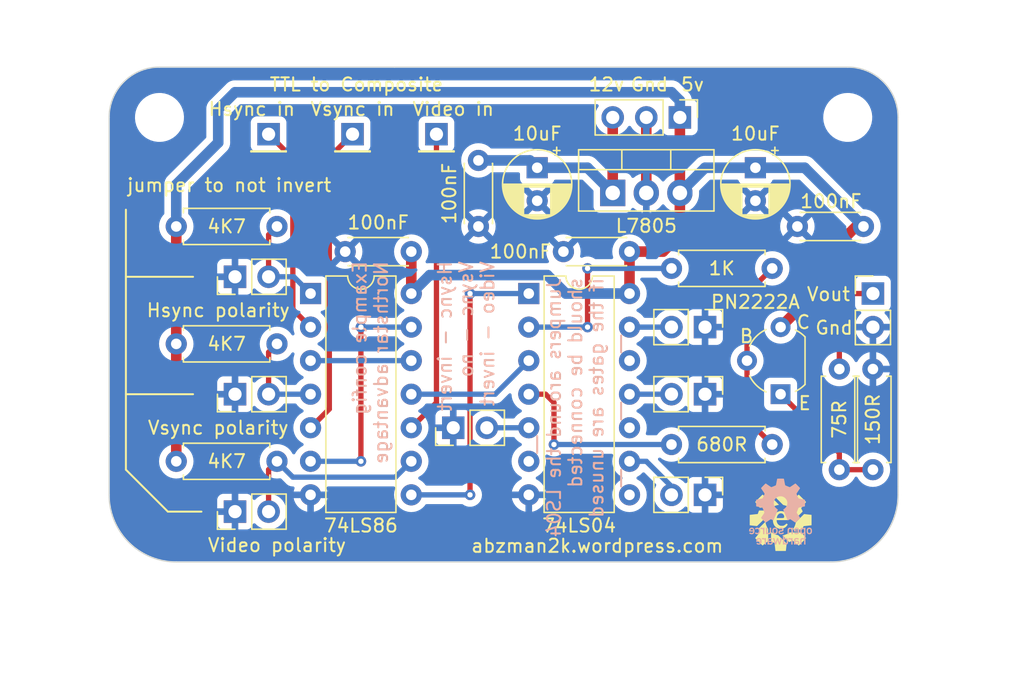
<source format=kicad_pcb>
(kicad_pcb (version 20221018) (generator pcbnew)
  (layers (0 "F.Cu" signal) (31 "B.Cu" signal) (34 "B.Paste" user) (35 "F.Paste" user) (36 "B.SilkS" user "B.Silkscreen") (37 "F.SilkS" user "F.Silkscreen") (38 "B.Mask" user) (39 "F.Mask" user) (44 "Edge.Cuts" user))
  (net 0 "")
  (net 1 "+12V")
  (net 2 "GND")
  (net 3 "+5V")
  (net 4 "Net-(J1-Pin_1)")
  (net 5 "Net-(J2-Pin_1)")
  (net 6 "Net-(J3-Pin_2)")
  (net 7 "Net-(J4-Pin_2)")
  (net 8 "Net-(J5-Pin_2)")
  (net 9 "Net-(J6-Pin_1)")
  (net 10 "Net-(J7-Pin_1)")
  (net 11 "Net-(J8-Pin_2)")
  (net 12 "Net-(J9-Pin_2)")
  (net 13 "Net-(J10-Pin_2)")
  (net 14 "Net-(J11-Pin_2)")
  (net 15 "Net-(Q1-E)")
  (net 16 "Net-(Q1-B)")
  (net 17 "Net-(R3-Pad1)")
  (net 18 "Net-(R4-Pad1)")
  (net 19 "Net-(U1-Pad12)")
  (net 20 "Net-(U1-Pad13)")
  (net 21 "Net-(U1-Pad8)")
  (net 22 "Net-(U1-Pad11)")
  (footprint "Capacitor_THT:CP_Radial_D5.0mm_P2.50mm" (layer "F.Cu") (at 186.69 68.58 -90)
    (fp_text reference "C3" hide)
    (fp_text value "10uF" (at -2.58 0 -180) (layer "F.SilkS"))
    (pad "1" thru_hole rect (at 0 0 270) (size 1.6 1.6) (drill 0.8) (layers "*.Cu" "*.Mask") (net 3 "+5V"))
    (pad "2" thru_hole circle (at 2.5 0 270) (size 1.6 1.6) (drill 0.8) (layers "*.Cu" "*.Mask") (net 2 "GND"))
  )
  (footprint "Connector_PinHeader_2.54mm:PinHeader_1x02_P2.54mm_Vertical" (layer "F.Cu") (at 182.88 85.725 -90)
    (fp_text reference "J11" hide)
    (fp_text value "ground if unused")
    (pad "1" thru_hole rect (at 0 0 270) (size 1.7 1.7) (drill 1) (layers "*.Cu" "*.Mask") (net 2 "GND"))
    (pad "2" thru_hole oval (at 0 2.54 270) (size 1.7 1.7) (drill 1) (layers "*.Cu" "*.Mask") (net 14 "Net-(J11-Pin_2)"))
  )
  (footprint "Resistor_THT:R_Axial_DIN0207_L6.3mm_D2.5mm_P7.62mm_Horizontal" (layer "F.Cu") (at 150.495 73.025 180)
    (fp_text reference "R6" hide)
    (fp_text value "4K7" (at 3.81 0) (layer "F.SilkS"))
    (pad "1" thru_hole circle (at 0 0 180) (size 1.6 1.6) (drill 0.8) (layers "*.Cu" "*.Mask") (net 7 "Net-(J4-Pin_2)"))
    (pad "2" thru_hole oval (at 7.62 0 180) (size 1.6 1.6) (drill 0.8) (layers "*.Cu" "*.Mask") (net 3 "+5V"))
  )
  (footprint "Connector_PinHeader_2.54mm:PinHeader_1x02_P2.54mm_Vertical" (layer "F.Cu") (at 195.58 78.105)
    (fp_text reference "J1" hide)
    (fp_text value "composite video")
    (pad "1" thru_hole rect (at 0 0) (size 1.7 1.7) (drill 1) (layers "*.Cu" "*.Mask") (net 4 "Net-(J1-Pin_1)"))
    (pad "2" thru_hole oval (at 0 2.54) (size 1.7 1.7) (drill 1) (layers "*.Cu" "*.Mask") (net 2 "GND"))
  )
  (footprint "Connector_PinHeader_2.54mm:PinHeader_1x03_P2.54mm_Vertical" (layer "F.Cu") (at 180.975 64.77 -90)
    (fp_text reference "J12" hide)
    (fp_text value "power in")
    (pad "1" thru_hole rect (at 0 0 270) (size 1.7 1.7) (drill 1) (layers "*.Cu" "*.Mask") (net 3 "+5V"))
    (pad "2" thru_hole oval (at 0 2.54 270) (size 1.7 1.7) (drill 1) (layers "*.Cu" "*.Mask") (net 2 "GND"))
    (pad "3" thru_hole oval (at 0 5.08 270) (size 1.7 1.7) (drill 1) (layers "*.Cu" "*.Mask") (net 1 "+12V"))
  )
  (footprint "Capacitor_THT:C_Disc_D4.3mm_W1.9mm_P5.00mm" (layer "F.Cu") (at 160.655 74.93 180)
    (fp_text reference "C5" hide)
    (fp_text value "100nF" (at 2.5 2.2) (layer "F.SilkS"))
    (pad "1" thru_hole circle (at 0 0 180) (size 1.6 1.6) (drill 0.8) (layers "*.Cu" "*.Mask") (net 3 "+5V"))
    (pad "2" thru_hole circle (at 5 0 180) (size 1.6 1.6) (drill 0.8) (layers "*.Cu" "*.Mask") (net 2 "GND"))
  )
  (footprint "Connector_PinHeader_2.54mm:PinHeader_1x02_P2.54mm_Vertical" (layer "F.Cu") (at 147.32 94.615 90)
    (fp_text reference "J3" hide)
    (fp_text value "Video polarity" (at -2.54 3.175 180) (layer "F.SilkS"))
    (pad "1" thru_hole rect (at 0 0 90) (size 1.7 1.7) (drill 1) (layers "*.Cu" "*.Mask") (net 2 "GND"))
    (pad "2" thru_hole oval (at 0 2.54 90) (size 1.7 1.7) (drill 1) (layers "*.Cu" "*.Mask") (net 6 "Net-(J3-Pin_2)"))
  )
  (footprint "Resistor_THT:R_Axial_DIN0207_L6.3mm_D2.5mm_P7.62mm_Horizontal" (layer "F.Cu") (at 193.04 91.44 90)
    (fp_text reference "R2" hide)
    (fp_text value "75R" (at 3.81 0 90) (layer "F.SilkS"))
    (pad "1" thru_hole circle (at 0 0 90) (size 1.6 1.6) (drill 0.8) (layers "*.Cu" "*.Mask") (net 15 "Net-(Q1-E)"))
    (pad "2" thru_hole oval (at 7.62 0 90) (size 1.6 1.6) (drill 0.8) (layers "*.Cu" "*.Mask") (net 4 "Net-(J1-Pin_1)"))
  )
  (footprint "Connector_PinHeader_2.54mm:PinHeader_1x02_P2.54mm_Vertical" (layer "F.Cu") (at 147.32 76.835 90)
    (fp_text reference "J4" hide)
    (fp_text value "Hsync polarity" (at -2.54 -1.27 180) (layer "F.SilkS"))
    (pad "1" thru_hole rect (at 0 0 90) (size 1.7 1.7) (drill 1) (layers "*.Cu" "*.Mask") (net 2 "GND"))
    (pad "2" thru_hole oval (at 0 2.54 90) (size 1.7 1.7) (drill 1) (layers "*.Cu" "*.Mask") (net 7 "Net-(J4-Pin_2)"))
  )
  (footprint "Capacitor_THT:C_Disc_D4.3mm_W1.9mm_P5.00mm" (layer "F.Cu") (at 177.165 74.93 180)
    (fp_text reference "C6" hide)
    (fp_text value "100nF" (at 8.255 0) (layer "F.SilkS"))
    (pad "1" thru_hole circle (at 0 0 180) (size 1.6 1.6) (drill 0.8) (layers "*.Cu" "*.Mask") (net 3 "+5V"))
    (pad "2" thru_hole circle (at 5 0 180) (size 1.6 1.6) (drill 0.8) (layers "*.Cu" "*.Mask") (net 2 "GND"))
  )
  (footprint "Package_TO_SOT_THT:TO-220-3_Vertical" (layer "F.Cu") (at 175.895 70.485)
    (fp_text reference "U2" hide)
    (fp_text value "L7805" (at 2.54 2.5) (layer "F.SilkS"))
    (pad "1" thru_hole rect (at 0 0) (size 1.905 2) (drill 1.1) (layers "*.Cu" "*.Mask") (net 1 "+12V"))
    (pad "2" thru_hole oval (at 2.54 0) (size 1.905 2) (drill 1.1) (layers "*.Cu" "*.Mask") (net 2 "GND"))
    (pad "3" thru_hole oval (at 5.08 0) (size 1.905 2) (drill 1.1) (layers "*.Cu" "*.Mask") (net 3 "+5V"))
  )
  (footprint "Evan's parts:Evan Logo" (layer "F.Cu") (at 188.595 95.25)
    (fp_text reference "G***" hide)
    (fp_text value "LOGO" hide)
  )
  (footprint "Resistor_THT:R_Axial_DIN0207_L6.3mm_D2.5mm_P7.62mm_Horizontal" (layer "F.Cu") (at 195.58 91.44 90)
    (fp_text reference "R1" hide)
    (fp_text value "150R" (at 3.81 0 90) (layer "F.SilkS"))
    (pad "1" thru_hole circle (at 0 0 90) (size 1.6 1.6) (drill 0.8) (layers "*.Cu" "*.Mask") (net 15 "Net-(Q1-E)"))
    (pad "2" thru_hole oval (at 7.62 0 90) (size 1.6 1.6) (drill 0.8) (layers "*.Cu" "*.Mask") (net 2 "GND"))
  )
  (footprint "Connector_PinHeader_2.54mm:PinHeader_1x02_P2.54mm_Vertical" (layer "F.Cu") (at 182.88 80.645 -90)
    (fp_text reference "J10" hide)
    (fp_text value "ground if unused")
    (pad "1" thru_hole rect (at 0 0 270) (size 1.7 1.7) (drill 1) (layers "*.Cu" "*.Mask") (net 2 "GND"))
    (pad "2" thru_hole oval (at 0 2.54 270) (size 1.7 1.7) (drill 1) (layers "*.Cu" "*.Mask") (net 13 "Net-(J10-Pin_2)"))
  )
  (footprint "Connector_PinHeader_2.54mm:PinHeader_1x02_P2.54mm_Vertical" (layer "F.Cu") (at 163.83 88.265 90)
    (fp_text reference "J8" hide)
    (fp_text value "ground if unused")
    (pad "1" thru_hole rect (at 0 0 90) (size 1.7 1.7) (drill 1) (layers "*.Cu" "*.Mask") (net 2 "GND"))
    (pad "2" thru_hole oval (at 0 2.54 90) (size 1.7 1.7) (drill 1) (layers "*.Cu" "*.Mask") (net 11 "Net-(J8-Pin_2)"))
  )
  (footprint "Package_DIP:DIP-14_W7.62mm" (layer "F.Cu") (at 153.035 78.105)
    (fp_text reference "U1" hide)
    (fp_text value "74LS86" (at 3.81 17.57) (layer "F.SilkS"))
    (pad "1" thru_hole rect (at 0 0) (size 1.6 1.6) (drill 0.8) (layers "*.Cu" "*.Mask") (net 7 "Net-(J4-Pin_2)"))
    (pad "2" thru_hole oval (at 0 2.54) (size 1.6 1.6) (drill 0.8) (layers "*.Cu" "*.Mask") (net 9 "Net-(J6-Pin_1)"))
    (pad "3" thru_hole oval (at 0 5.08) (size 1.6 1.6) (drill 0.8) (layers "*.Cu" "*.Mask") (net 19 "Net-(U1-Pad12)"))
    (pad "4" thru_hole oval (at 0 7.62) (size 1.6 1.6) (drill 0.8) (layers "*.Cu" "*.Mask") (net 8 "Net-(J5-Pin_2)"))
    (pad "5" thru_hole oval (at 0 10.16) (size 1.6 1.6) (drill 0.8) (layers "*.Cu" "*.Mask") (net 10 "Net-(J7-Pin_1)"))
    (pad "6" thru_hole oval (at 0 12.7) (size 1.6 1.6) (drill 0.8) (layers "*.Cu" "*.Mask") (net 20 "Net-(U1-Pad13)"))
    (pad "7" thru_hole oval (at 0 15.24) (size 1.6 1.6) (drill 0.8) (layers "*.Cu" "*.Mask") (net 2 "GND"))
    (pad "8" thru_hole oval (at 7.62 15.24) (size 1.6 1.6) (drill 0.8) (layers "*.Cu" "*.Mask") (net 21 "Net-(U1-Pad8)"))
    (pad "9" thru_hole oval (at 7.62 12.7) (size 1.6 1.6) (drill 0.8) (layers "*.Cu" "*.Mask") (net 6 "Net-(J3-Pin_2)"))
    (pad "10" thru_hole oval (at 7.62 10.16) (size 1.6 1.6) (drill 0.8) (layers "*.Cu" "*.Mask") (net 5 "Net-(J2-Pin_1)"))
    (pad "11" thru_hole oval (at 7.62 7.62) (size 1.6 1.6) (drill 0.8) (layers "*.Cu" "*.Mask") (net 22 "Net-(U1-Pad11)"))
    (pad "12" thru_hole oval (at 7.62 5.08) (size 1.6 1.6) (drill 0.8) (layers "*.Cu" "*.Mask") (net 19 "Net-(U1-Pad12)"))
    (pad "13" thru_hole oval (at 7.62 2.54) (size 1.6 1.6) (drill 0.8) (layers "*.Cu" "*.Mask") (net 20 "Net-(U1-Pad13)"))
    (pad "14" thru_hole oval (at 7.62 0) (size 1.6 1.6) (drill 0.8) (layers "*.Cu" "*.Mask") (net 3 "+5V"))
  )
  (footprint "Connector_PinHeader_2.54mm:PinHeader_1x01_P2.54mm_Vertical" (layer "F.Cu") (at 162.56 66.04)
    (fp_text reference "J2" hide)
    (fp_text value "Video in" (at 1.27 -1.905) (layer "F.SilkS"))
    (pad "1" thru_hole rect (at 0 0) (size 1.7 1.7) (drill 1) (layers "*.Cu" "*.Mask") (net 5 "Net-(J2-Pin_1)"))
  )
  (footprint "Connector_PinHeader_2.54mm:PinHeader_1x01_P2.54mm_Vertical" (layer "F.Cu") (at 156.21 66.04)
    (fp_text reference "J7" hide)
    (fp_text value "Vsync in" (at 0 -1.905) (layer "F.SilkS"))
    (pad "1" thru_hole rect (at 0 0) (size 1.7 1.7) (drill 1) (layers "*.Cu" "*.Mask") (net 10 "Net-(J7-Pin_1)"))
  )
  (footprint "Capacitor_THT:C_Disc_D4.3mm_W1.9mm_P5.00mm" (layer "F.Cu") (at 165.735 68.025 -90)
    (fp_text reference "C1" hide)
    (fp_text value "100nF" (at 2.5 2.2 90) (layer "F.SilkS"))
    (pad "1" thru_hole circle (at 0 0 270) (size 1.6 1.6) (drill 0.8) (layers "*.Cu" "*.Mask") (net 1 "+12V"))
    (pad "2" thru_hole circle (at 5 0 270) (size 1.6 1.6) (drill 0.8) (layers "*.Cu" "*.Mask") (net 2 "GND"))
  )
  (footprint "Connector_PinHeader_2.54mm:PinHeader_1x01_P2.54mm_Vertical" (layer "F.Cu") (at 149.86 66.04)
    (fp_text reference "J6" hide)
    (fp_text value "Hsync in" (at -1.27 -1.905) (layer "F.SilkS"))
    (pad "1" thru_hole rect (at 0 0) (size 1.7 1.7) (drill 1) (layers "*.Cu" "*.Mask") (net 9 "Net-(J6-Pin_1)"))
  )
  (footprint "MountingHole:MountingHole_3.2mm_M3" (layer "F.Cu") (at 193.675 64.77)
    (fp_text reference "REF**" hide)
    (fp_text value "MountingHole_3.2mm_M3")
    (pad "" np_thru_hole circle (at 0 0) (size 3.2 3.2) (drill 3.2) (layers "*.Cu" "*.Mask"))
  )
  (footprint "Resistor_THT:R_Axial_DIN0207_L6.3mm_D2.5mm_P7.62mm_Horizontal" (layer "F.Cu") (at 180.34 89.535)
    (fp_text reference "R3" hide)
    (fp_text value "680R" (at 3.81 0) (layer "F.SilkS"))
    (pad "1" thru_hole circle (at 0 0) (size 1.6 1.6) (drill 0.8) (layers "*.Cu" "*.Mask") (net 17 "Net-(R3-Pad1)"))
    (pad "2" thru_hole oval (at 7.62 0) (size 1.6 1.6) (drill 0.8) (layers "*.Cu" "*.Mask") (net 16 "Net-(Q1-B)"))
  )
  (footprint "Resistor_THT:R_Axial_DIN0207_L6.3mm_D2.5mm_P7.62mm_Horizontal" (layer "F.Cu") (at 150.495 81.915 180)
    (fp_text reference "R7" hide)
    (fp_text value "4K7" (at 3.81 0) (layer "F.SilkS"))
    (pad "1" thru_hole circle (at 0 0 180) (size 1.6 1.6) (drill 0.8) (layers "*.Cu" "*.Mask") (net 8 "Net-(J5-Pin_2)"))
    (pad "2" thru_hole oval (at 7.62 0 180) (size 1.6 1.6) (drill 0.8) (layers "*.Cu" "*.Mask") (net 3 "+5V"))
  )
  (footprint "Package_TO_SOT_THT:TO-92_Wide" (layer "F.Cu") (at 188.595 85.725 90)
    (fp_text reference "Q1" hide)
    (fp_text value "PN2222A" (at 6.985 -1.905 180) (layer "F.SilkS"))
    (pad "1" thru_hole rect (at 0 0 90) (size 1.5 1.5) (drill 0.8) (layers "*.Cu" "*.Mask") (net 15 "Net-(Q1-E)"))
    (pad "2" thru_hole circle (at 2.54 -2.54 90) (size 1.5 1.5) (drill 0.8) (layers "*.Cu" "*.Mask") (net 16 "Net-(Q1-B)"))
    (pad "3" thru_hole circle (at 5.08 0 90) (size 1.5 1.5) (drill 0.8) (layers "*.Cu" "*.Mask") (net 3 "+5V"))
  )
  (footprint "MountingHole:MountingHole_3.2mm_M3" (layer "F.Cu") (at 141.605 64.77)
    (fp_text reference "REF**" hide)
    (fp_text value "MountingHole_3.2mm_M3")
    (pad "" np_thru_hole circle (at 0 0) (size 3.2 3.2) (drill 3.2) (layers "*.Cu" "*.Mask"))
  )
  (footprint "Capacitor_THT:CP_Radial_D5.0mm_P2.50mm" (layer "F.Cu") (at 170.18 68.58 -90)
    (fp_text reference "C2" hide)
    (fp_text value "10uF" (at -2.58 0 -180) (layer "F.SilkS"))
    (pad "1" thru_hole rect (at 0 0 270) (size 1.6 1.6) (drill 0.8) (layers "*.Cu" "*.Mask") (net 1 "+12V"))
    (pad "2" thru_hole circle (at 2.5 0 270) (size 1.6 1.6) (drill 0.8) (layers "*.Cu" "*.Mask") (net 2 "GND"))
  )
  (footprint "Resistor_THT:R_Axial_DIN0207_L6.3mm_D2.5mm_P7.62mm_Horizontal" (layer "F.Cu") (at 150.495 90.805 180)
    (fp_text reference "R5" hide)
    (fp_text value "4K7" (at 3.81 0) (layer "F.SilkS"))
    (pad "1" thru_hole circle (at 0 0 180) (size 1.6 1.6) (drill 0.8) (layers "*.Cu" "*.Mask") (net 6 "Net-(J3-Pin_2)"))
    (pad "2" thru_hole oval (at 7.62 0 180) (size 1.6 1.6) (drill 0.8) (layers "*.Cu" "*.Mask") (net 3 "+5V"))
  )
  (footprint "Resistor_THT:R_Axial_DIN0207_L6.3mm_D2.5mm_P7.62mm_Horizontal" (layer "F.Cu") (at 180.34 76.2)
    (fp_text reference "R4" hide)
    (fp_text value "1K" (at 3.81 0) (layer "F.SilkS"))
    (pad "1" thru_hole circle (at 0 0) (size 1.6 1.6) (drill 0.8) (layers "*.Cu" "*.Mask") (net 18 "Net-(R4-Pad1)"))
    (pad "2" thru_hole oval (at 7.62 0) (size 1.6 1.6) (drill 0.8) (layers "*.Cu" "*.Mask") (net 16 "Net-(Q1-B)"))
  )
  (footprint "Connector_PinHeader_2.54mm:PinHeader_1x02_P2.54mm_Vertical" (layer "F.Cu") (at 182.88 93.345 -90)
    (fp_text reference "J9" hide)
    (fp_text value "ground if unused")
    (pad "1" thru_hole rect (at 0 0 270) (size 1.7 1.7) (drill 1) (layers "*.Cu" "*.Mask") (net 2 "GND"))
    (pad "2" thru_hole oval (at 0 2.54 270) (size 1.7 1.7) (drill 1) (layers "*.Cu" "*.Mask") (net 12 "Net-(J9-Pin_2)"))
  )
  (footprint "Connector_PinHeader_2.54mm:PinHeader_1x02_P2.54mm_Vertical" (layer "F.Cu") (at 147.32 85.725 90)
    (fp_text reference "J5" hide)
    (fp_text value "Vsync polarity" (at -2.54 -1.27 180) (layer "F.SilkS"))
    (pad "1" thru_hole rect (at 0 0 90) (size 1.7 1.7) (drill 1) (layers "*.Cu" "*.Mask") (net 2 "GND"))
    (pad "2" thru_hole oval (at 0 2.54 90) (size 1.7 1.7) (drill 1) (layers "*.Cu" "*.Mask") (net 8 "Net-(J5-Pin_2)"))
  )
  (footprint "Capacitor_THT:C_Disc_D4.3mm_W1.9mm_P5.00mm" (layer "F.Cu") (at 194.865 73.025 180)
    (fp_text reference "C4" hide)
    (fp_text value "100nF" (at 2.46 1.905) (layer "F.SilkS"))
    (pad "1" thru_hole circle (at 0 0 180) (size 1.6 1.6) (drill 0.8) (layers "*.Cu" "*.Mask") (net 3 "+5V"))
    (pad "2" thru_hole circle (at 5 0 180) (size 1.6 1.6) (drill 0.8) (layers "*.Cu" "*.Mask") (net 2 "GND"))
  )
  (footprint "Package_DIP:DIP-14_W7.62mm" (layer "F.Cu") (at 169.545 78.105)
    (fp_text reference "U3" hide)
    (fp_text value "74LS04" (at 3.81 17.57) (layer "F.SilkS"))
    (pad "1" thru_hole rect (at 0 0) (size 1.6 1.6) (drill 0.8) (layers "*.Cu" "*.Mask") (net 21 "Net-(U1-Pad8)"))
    (pad "2" thru_hole oval (at 0 2.54) (size 1.6 1.6) (drill 0.8) (layers "*.Cu" "*.Mask") (net 18 "Net-(R4-Pad1)"))
    (pad "3" thru_hole oval (at 0 5.08) (size 1.6 1.6) (drill 0.8) (layers "*.Cu" "*.Mask") (net 22 "Net-(U1-Pad11)"))
    (pad "4" thru_hole oval (at 0 7.62) (size 1.6 1.6) (drill 0.8) (layers "*.Cu" "*.Mask") (net 17 "Net-(R3-Pad1)"))
    (pad "5" thru_hole oval (at 0 10.16) (size 1.6 1.6) (drill 0.8) (layers "*.Cu" "*.Mask") (net 11 "Net-(J8-Pin_2)"))
    (pad "6" thru_hole oval (at 0 12.7) (size 1.6 1.6) (drill 0.8) (layers "*.Cu" "*.Mask"))
    (pad "7" thru_hole oval (at 0 15.24) (size 1.6 1.6) (drill 0.8) (layers "*.Cu" "*.Mask") (net 2 "GND"))
    (pad "8" thru_hole oval (at 7.62 15.24) (size 1.6 1.6) (drill 0.8) (layers "*.Cu" "*.Mask"))
    (pad "9" thru_hole oval (at 7.62 12.7) (size 1.6 1.6) (drill 0.8) (layers "*.Cu" "*.Mask") (net 12 "Net-(J9-Pin_2)"))
    (pad "10" thru_hole oval (at 7.62 10.16) (size 1.6 1.6) (drill 0.8) (layers "*.Cu" "*.Mask"))
    (pad "11" thru_hole oval (at 7.62 7.62) (size 1.6 1.6) (drill 0.8) (layers "*.Cu" "*.Mask") (net 14 "Net-(J11-Pin_2)"))
    (pad "12" thru_hole oval (at 7.62 5.08) (size 1.6 1.6) (drill 0.8) (layers "*.Cu" "*.Mask"))
    (pad "13" thru_hole oval (at 7.62 2.54) (size 1.6 1.6) (drill 0.8) (layers "*.Cu" "*.Mask") (net 13 "Net-(J10-Pin_2)"))
    (pad "14" thru_hole oval (at 7.62 0) (size 1.6 1.6) (drill 0.8) (layers "*.Cu" "*.Mask") (net 3 "+5V"))
  )
  (footprint "Evan's parts:OSHW gear" (layer "B.Cu") (at 188.595 94.615 180)
    (fp_text reference "G***" hide)
    (fp_text value "LOGO" hide)
  )
  (gr_line (start 176.53 81.28) (end 176.53 82.55) (stroke (width 0.15)) (layer "B.SilkS"))
  (gr_line (start 176.53 91.44) (end 176.53 92.71) (stroke (width 0.15)) (layer "B.SilkS"))
  (gr_line (start 176.53 87.63) (end 176.53 86.36) (stroke (width 0.15)) (layer "B.SilkS"))
  (gr_line (start 170.18 88.9) (end 170.18 90.17) (stroke (width 0.15)) (layer "B.SilkS"))
  (gr_line (start 139.065 71.755) (end 139.065 91.44) (stroke (width 0.15)) (layer "F.SilkS"))
  (gr_line (start 144.145 76.835) (end 139.065 76.835) (stroke (width 0.15)) (layer "F.SilkS"))
  (gr_line (start 139.065 91.44) (end 142.24 94.615) (stroke (width 0.15)) (layer "F.SilkS"))
  (gr_line (start 144.145 85.725) (end 139.065 85.725) (stroke (width 0.15)) (layer "F.SilkS"))
  (gr_line (start 142.24 94.615) (end 144.78 94.615) (stroke (width 0.15)) (layer "F.SilkS"))
  (gr_line (start 137.795 88.9) (end 137.795 93.345) (stroke (width 0.1)) (layer "Edge.Cuts"))
  (gr_line (start 197.485 92.71) (end 197.485 64.77) (stroke (width 0.1)) (layer "Edge.Cuts"))
  (gr_line (start 137.795 64.77) (end 137.795 88.9) (stroke (width 0.1)) (layer "Edge.Cuts"))
  (gr_arc (start 197.485 93.345) (mid 195.997102 96.937102) (end 192.405 98.425) (stroke (width 0.1)) (layer "Edge.Cuts"))
  (gr_line (start 197.485 93.345) (end 197.485 92.71) (stroke (width 0.1)) (layer "Edge.Cuts"))
  (gr_arc (start 142.875 98.425) (mid 139.282898 96.937102) (end 137.795 93.345) (stroke (width 0.1)) (layer "Edge.Cuts"))
  (gr_line (start 159.385 60.96) (end 141.605 60.96) (stroke (width 0.1)) (layer "Edge.Cuts"))
  (gr_arc (start 137.795 64.77) (mid 138.910923 62.075923) (end 141.605 60.96) (stroke (width 0.1)) (layer "Edge.Cuts"))
  (gr_arc (start 193.675 60.96) (mid 196.369077 62.075923) (end 197.485 64.77) (stroke (width 0.1)) (layer "Edge.Cuts"))
  (gr_line (start 193.675 60.96) (end 159.385 60.96) (stroke (width 0.1)) (layer "Edge.Cuts"))
  (gr_line (start 142.875 98.425) (end 192.405 98.425) (stroke (width 0.1)) (layer "Edge.Cuts"))
  (gr_text "Jumpers around the LS04\nshould be connected \nif the gates are unused" (at 175.26 76.835 90) (layer "B.SilkS") (effects (font (size 1 1)) (justify left bottom mirror)))
  (gr_text "Example config\nNorthstar advantage\n\n\nHsync - invert\nVsync - no\nVideo - invert" (at 167.005 75.565 90) (layer "B.SilkS") (effects (font (size 1 1)) (justify left bottom mirror)))
  (gr_text "Vout" (at 190.5 78.74) (layer "F.SilkS") (effects (font (size 1 1)) (justify left bottom)))
  (gr_text "E" (at 189.865 86.995) (layer "F.SilkS") (effects (font (size 1 1)) (justify left bottom)))
  (gr_text "jumper to not invert" (at 139.065 70.485) (layer "F.SilkS") (effects (font (size 1 1)) (justify left bottom)))
  (gr_text "5v" (at 180.975 62.865) (layer "F.SilkS") (effects (font (size 1 1)) (justify left bottom)))
  (gr_text "B" (at 185.42 81.915) (layer "F.SilkS") (effects (font (size 1 1)) (justify left bottom)))
  (gr_text "12v" (at 173.99 62.865) (layer "F.SilkS") (effects (font (size 1 1)) (justify left bottom)))
  (gr_text "Gnd" (at 177.165 62.865) (layer "F.SilkS") (effects (font (size 1 1)) (justify left bottom)))
  (gr_text "C" (at 189.717795 80.860816) (layer "F.SilkS") (effects (font (size 1 1)) (justify left bottom)))
  (gr_text "Gnd" (at 191.135 81.28) (layer "F.SilkS") (effects (font (size 1 1)) (justify left bottom)))
  (gr_text "abzman2k.wordpress.com" (at 165.1 97.79) (layer "F.SilkS") (effects (font (size 1 1)) (justify left bottom)))
  (gr_text "TTL to Composite" (at 149.86 62.865) (layer "F.SilkS") (effects (font (size 1 1)) (justify left bottom)))
  (segment (start 175.895 64.77) (end 175.895 70.485) (width 0.8) (layer "F.Cu") (net 1))
  (segment (start 165.735 68.025) (end 169.625 68.025) (width 0.8) (layer "B.Cu") (net 1))
  (segment (start 173.99 68.58) (end 175.895 70.485) (width 0.8) (layer "B.Cu") (net 1))
  (segment (start 169.625 68.025) (end 170.18 68.58) (width 0.8) (layer "B.Cu") (net 1))
  (segment (start 170.18 68.58) (end 173.99 68.58) (width 0.8) (layer "B.Cu") (net 1))
  (segment (start 178.435 64.77) (end 178.435 70.485) (width 0.8) (layer "F.Cu") (net 2))
  (segment (start 142.875 81.915) (end 142.875 90.805) (width 0.8) (layer "F.Cu") (net 3))
  (segment (start 179.705 74.93) (end 180.975 73.66) (width 0.8) (layer "F.Cu") (net 3))
  (segment (start 191.135 76.2) (end 194.31 73.025) (width 0.8) (layer "F.Cu") (net 3))
  (segment (start 180.975 64.77) (end 180.975 70.485) (width 0.8) (layer "F.Cu") (net 3))
  (segment (start 142.875 73.025) (end 142.875 81.915) (width 0.8) (layer "F.Cu") (net 3))
  (segment (start 160.655 74.93) (end 160.655 78.105) (width 0.8) (layer "F.Cu") (net 3))
  (segment (start 188.595 80.645) (end 191.135 78.105) (width 0.8) (layer "F.Cu") (net 3))
  (segment (start 177.165 74.93) (end 177.165 78.105) (width 0.8) (layer "F.Cu") (net 3))
  (segment (start 191.135 78.105) (end 191.135 76.2) (width 0.8) (layer "F.Cu") (net 3))
  (segment (start 180.975 73.66) (end 180.975 70.485) (width 0.8) (layer "F.Cu") (net 3))
  (segment (start 194.31 73.025) (end 194.865 73.025) (width 0.8) (layer "F.Cu") (net 3))
  (segment (start 177.165 74.93) (end 179.705 74.93) (width 0.8) (layer "F.Cu") (net 3))
  (segment (start 146.05 66.675) (end 146.05 64.135) (width 0.8) (layer "B.Cu") (net 3))
  (segment (start 186.69 68.58) (end 182.88 68.58) (width 0.8) (layer "B.Cu") (net 3))
  (segment (start 180.34 62.865) (end 147.32 62.865) (width 0.8) (layer "B.Cu") (net 3))
  (segment (start 142.875 69.85) (end 142.875 73.025) (width 0.8) (layer "B.Cu") (net 3))
  (segment (start 142.875 69.85) (end 146.05 66.675) (width 0.8) (layer "B.Cu") (net 3))
  (segment (start 190.42 68.58) (end 194.865 73.025) (width 0.8) (layer "B.Cu") (net 3))
  (segment (start 180.975 64.77) (end 180.975 63.5) (width 0.8) (layer "B.Cu") (net 3))
  (segment (start 172.345 78.105) (end 170.945 76.705) (width 0.8) (layer "B.Cu") (net 3))
  (segment (start 182.88 68.58) (end 180.975 70.485) (width 0.8) (layer "B.Cu") (net 3))
  (segment (start 162.055 76.705) (end 160.655 78.105) (width 0.8) (layer "B.Cu") (net 3))
  (segment (start 186.69 68.58) (end 190.42 68.58) (width 0.8) (layer "B.Cu") (net 3))
  (segment (start 180.975 63.5) (end 180.34 62.865) (width 0.8) (layer "B.Cu") (net 3))
  (segment (start 170.945 76.705) (end 162.055 76.705) (width 0.8) (layer "B.Cu") (net 3))
  (segment (start 177.165 78.105) (end 172.345 78.105) (width 0.8) (layer "B.Cu") (net 3))
  (segment (start 147.32 62.865) (end 146.05 64.135) (width 0.8) (layer "B.Cu") (net 3))
  (segment (start 193.04 78.74) (end 193.675 78.105) (width 0.4) (layer "F.Cu") (net 4))
  (segment (start 193.675 78.105) (end 195.58 78.105) (width 0.4) (layer "F.Cu") (net 4))
  (segment (start 193.04 83.82) (end 193.04 78.74) (width 0.4) (layer "F.Cu") (net 4))
  (segment (start 162.56 86.36) (end 162.56 66.04) (width 0.4) (layer "F.Cu") (net 5))
  (segment (start 160.655 88.265) (end 162.56 86.36) (width 0.4) (layer "F.Cu") (net 5))
  (segment (start 149.86 91.44) (end 150.495 90.805) (width 0.4) (layer "F.Cu") (net 6))
  (segment (start 149.86 94.615) (end 149.86 91.44) (width 0.4) (layer "F.Cu") (net 6))
  (segment (start 151.695 92.005) (end 159.455 92.005) (width 0.4) (layer "B.Cu") (net 6))
  (segment (start 150.495 90.805) (end 151.695 92.005) (width 0.4) (layer "B.Cu") (net 6))
  (segment (start 159.455 92.005) (end 160.655 90.805) (width 0.4) (layer "B.Cu") (net 6))
  (segment (start 149.86 73.66) (end 150.495 73.025) (width 0.4) (layer "F.Cu") (net 7))
  (segment (start 149.86 76.835) (end 149.86 73.66) (width 0.4) (layer "F.Cu") (net 7))
  (segment (start 151.765 76.835) (end 153.035 78.105) (width 0.4) (layer "B.Cu") (net 7))
  (segment (start 149.86 76.835) (end 151.765 76.835) (width 0.4) (layer "B.Cu") (net 7))
  (segment (start 149.86 85.725) (end 149.86 82.55) (width 0.4) (layer "F.Cu") (net 8))
  (segment (start 149.86 82.55) (end 150.495 81.915) (width 0.4) (layer "F.Cu") (net 8))
  (segment (start 149.86 85.725) (end 153.035 85.725) (width 0.4) (layer "B.Cu") (net 8))
  (segment (start 151.695 79.305) (end 151.695 67.875) (width 0.4) (layer "F.Cu") (net 9))
  (segment (start 153.035 80.645) (end 151.695 79.305) (width 0.4) (layer "F.Cu") (net 9))
  (segment (start 151.695 67.875) (end 149.86 66.04) (width 0.4) (layer "F.Cu") (net 9))
  (segment (start 153.035 88.265) (end 154.455 86.845) (width 0.4) (layer "F.Cu") (net 10))
  (segment (start 154.455 86.845) (end 154.455 67.795) (width 0.4) (layer "F.Cu") (net 10))
  (segment (start 154.455 67.795) (end 156.21 66.04) (width 0.4) (layer "F.Cu") (net 10))
  (segment (start 166.37 88.265) (end 169.545 88.265) (width 0.4) (layer "B.Cu") (net 11))
  (segment (start 178.435 90.805) (end 180.34 92.71) (width 0.4) (layer "B.Cu") (net 12))
  (segment (start 177.165 90.805) (end 178.435 90.805) (width 0.4) (layer "B.Cu") (net 12))
  (segment (start 180.34 92.71) (end 180.34 93.345) (width 0.4) (layer "B.Cu") (net 12))
  (segment (start 177.165 80.645) (end 180.34 80.645) (width 0.4) (layer "B.Cu") (net 13))
  (segment (start 177.165 85.725) (end 180.34 85.725) (width 0.4) (layer "B.Cu") (net 14))
  (segment (start 193.04 91.44) (end 193.04 90.17) (width 0.4) (layer "F.Cu") (net 15))
  (segment (start 193.04 90.17) (end 188.595 85.725) (width 0.4) (layer "F.Cu") (net 15))
  (segment (start 195.58 91.44) (end 193.04 91.44) (width 0.4) (layer "F.Cu") (net 15))
  (segment (start 186.055 83.185) (end 186.055 78.105) (width 0.4) (layer "F.Cu") (net 16))
  (segment (start 186.055 87.63) (end 187.96 89.535) (width 0.4) (layer "F.Cu") (net 16))
  (segment (start 186.055 83.185) (end 186.055 87.63) (width 0.4) (layer "F.Cu") (net 16))
  (segment (start 186.055 78.105) (end 187.96 76.2) (width 0.4) (layer "F.Cu") (net 16))
  (segment (start 171.45 89.535) (end 171.45 86.36) (width 0.4) (layer "F.Cu") (net 17))
  (segment (start 171.45 86.36) (end 170.815 85.725) (width 0.4) (layer "F.Cu") (net 17))
  (segment (start 170.815 85.725) (end 169.545 85.725) (width 0.4) (layer "F.Cu") (net 17))
  (via (at 171.45 89.535) (size 0.8) (drill 0.4) (layers "F.Cu" "B.Cu") (net 17))
  (segment (start 180.34 89.535) (end 171.45 89.535) (width 0.4) (layer "B.Cu") (net 17))
  (segment (start 173.99 76.2) (end 173.99 80.645) (width 0.4) (layer "F.Cu") (net 18))
  (via (at 173.99 80.645) (size 0.8) (drill 0.4) (layers "F.Cu" "B.Cu") (net 18))
  (via (at 173.99 76.2) (size 0.8) (drill 0.4) (layers "F.Cu" "B.Cu") (net 18))
  (segment (start 180.34 76.2) (end 173.99 76.2) (width 0.4) (layer "B.Cu") (net 18))
  (segment (start 173.99 80.645) (end 169.545 80.645) (width 0.4) (layer "B.Cu") (net 18))
  (segment (start 153.035 83.185) (end 160.655 83.185) (width 0.4) (layer "B.Cu") (net 19))
  (segment (start 156.845 80.645) (end 156.845 90.805) (width 0.4) (layer "F.Cu") (net 20))
  (via (at 156.845 90.805) (size 0.8) (drill 0.4) (layers "F.Cu" "B.Cu") (net 20))
  (via (at 156.845 80.645) (size 0.8) (drill 0.4) (layers "F.Cu" "B.Cu") (net 20))
  (segment (start 153.035 90.805) (end 156.845 90.805) (width 0.4) (layer "B.Cu") (net 20))
  (segment (start 160.655 80.645) (end 156.845 80.645) (width 0.4) (layer "B.Cu") (net 20))
  (segment (start 165.1 93.345) (end 165.1 78.105) (width 0.4) (layer "F.Cu") (net 21))
  (via (at 165.1 78.105) (size 0.8) (drill 0.4) (layers "F.Cu" "B.Cu") (net 21))
  (via (at 165.1 93.345) (size 0.8) (drill 0.4) (layers "F.Cu" "B.Cu") (net 21))
  (segment (start 160.655 93.345) (end 165.1 93.345) (width 0.4) (layer "B.Cu") (net 21))
  (segment (start 165.1 78.105) (end 169.545 78.105) (width 0.4) (layer "B.Cu") (net 21))
  (segment (start 160.655 85.725) (end 167.005 85.725) (width 0.4) (layer "B.Cu") (net 22))
  (segment (start 167.005 85.725) (end 169.545 83.185) (width 0.4) (layer "B.Cu") (net 22))
  (zone (net 2) (net_name "GND") (layer "B.Cu") (connect_pads (clearance 0.5)) (min_thickness 0.25) (fill yes (thermal_gap 0.5) (thermal_bridge_width 0.5))
    (polygon (pts (xy 129.54 57.785) (xy 203.2 55.88) (xy 207.01 108.585) (xy 130.81 106.68)))
  )
)
</source>
